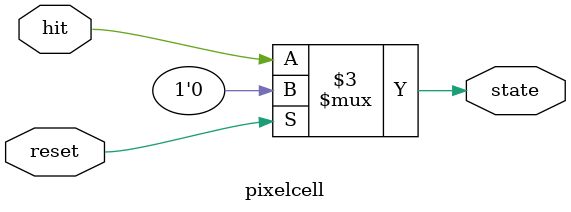
<source format=v>
module pixelcell(	hit,
					reset,
					state);
 input 	hit;
 input 	reset;
 output state;
 wire 	hit;
 wire 	reset;
 reg 	state;
 always@(hit or reset)
	begin
		if(reset) state<=1'b0;
		else state<=hit;
	end
 endmodule
</source>
